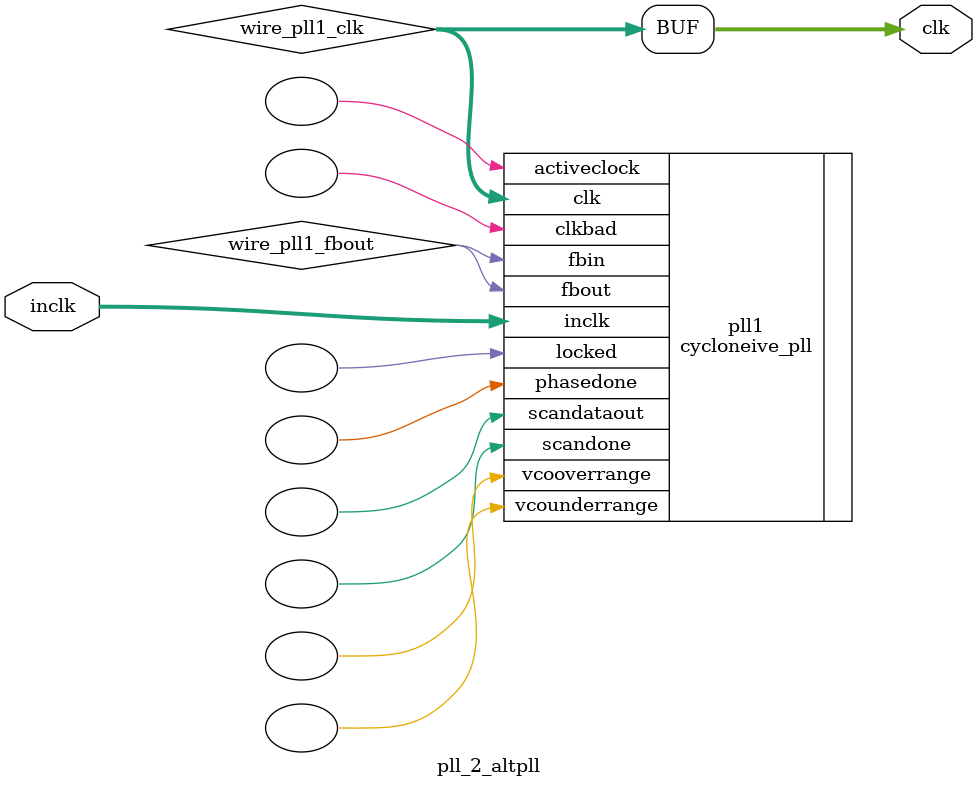
<source format=v>






//synthesis_resources = cycloneive_pll 1 
//synopsys translate_off
`timescale 1 ps / 1 ps
//synopsys translate_on
module  pll_2_altpll
	( 
	clk,
	inclk) /* synthesis synthesis_clearbox=1 */;
	output   [4:0]  clk;
	input   [1:0]  inclk;
`ifndef ALTERA_RESERVED_QIS
// synopsys translate_off
`endif
	tri0   [1:0]  inclk;
`ifndef ALTERA_RESERVED_QIS
// synopsys translate_on
`endif

	wire  [4:0]   wire_pll1_clk;
	wire  wire_pll1_fbout;

	cycloneive_pll   pll1
	( 
	.activeclock(),
	.clk(wire_pll1_clk),
	.clkbad(),
	.fbin(wire_pll1_fbout),
	.fbout(wire_pll1_fbout),
	.inclk(inclk),
	.locked(),
	.phasedone(),
	.scandataout(),
	.scandone(),
	.vcooverrange(),
	.vcounderrange()
	`ifndef FORMAL_VERIFICATION
	// synopsys translate_off
	`endif
	,
	.areset(1'b0),
	.clkswitch(1'b0),
	.configupdate(1'b0),
	.pfdena(1'b1),
	.phasecounterselect({3{1'b0}}),
	.phasestep(1'b0),
	.phaseupdown(1'b0),
	.scanclk(1'b0),
	.scanclkena(1'b1),
	.scandata(1'b0)
	`ifndef FORMAL_VERIFICATION
	// synopsys translate_on
	`endif
	);
	defparam
		pll1.bandwidth_type = "auto",
		pll1.clk0_divide_by = 2000,
		pll1.clk0_duty_cycle = 50,
		pll1.clk0_multiply_by = 499,
		pll1.clk0_phase_shift = "0",
		pll1.compensate_clock = "clk0",
		pll1.inclk0_input_frequency = 10000,
		pll1.operation_mode = "normal",
		pll1.pll_type = "auto",
		pll1.lpm_type = "cycloneive_pll";
	assign
		clk = {wire_pll1_clk[4:0]};
endmodule //pll_2_altpll
//VALID FILE

</source>
